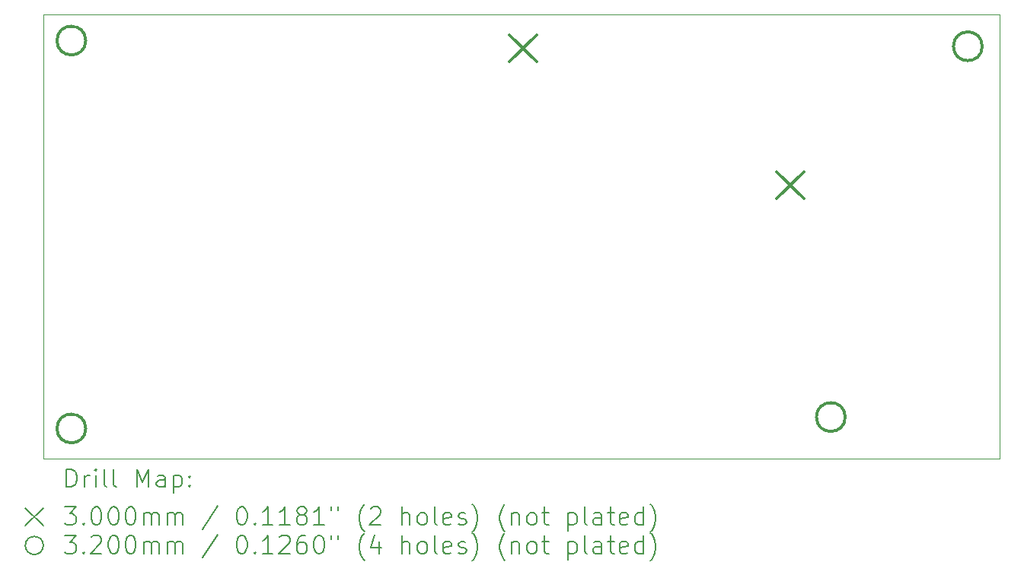
<source format=gbr>
%FSLAX45Y45*%
G04 Gerber Fmt 4.5, Leading zero omitted, Abs format (unit mm)*
G04 Created by KiCad (PCBNEW (6.0.4)) date 2022-03-19 22:36:43*
%MOMM*%
%LPD*%
G01*
G04 APERTURE LIST*
%TA.AperFunction,Profile*%
%ADD10C,0.050000*%
%TD*%
%ADD11C,0.200000*%
%ADD12C,0.300000*%
%ADD13C,0.320000*%
G04 APERTURE END LIST*
D10*
X9532610Y-12976360D02*
X20167610Y-12976360D01*
X20167610Y-12976360D02*
X20167610Y-8024360D01*
X20167610Y-8024360D02*
X9532610Y-8024360D01*
X9532610Y-8024360D02*
X9532610Y-12976360D01*
D11*
D12*
X14716610Y-8254360D02*
X15016610Y-8554360D01*
X15016610Y-8254360D02*
X14716610Y-8554360D01*
X17688410Y-9778360D02*
X17988410Y-10078360D01*
X17988410Y-9778360D02*
X17688410Y-10078360D01*
D13*
X10002500Y-8318500D02*
G75*
G03*
X10002500Y-8318500I-160000J0D01*
G01*
X10002500Y-12636500D02*
G75*
G03*
X10002500Y-12636500I-160000J0D01*
G01*
X18448000Y-12509500D02*
G75*
G03*
X18448000Y-12509500I-160000J0D01*
G01*
X19972000Y-8382000D02*
G75*
G03*
X19972000Y-8382000I-160000J0D01*
G01*
D11*
X9787729Y-13289336D02*
X9787729Y-13089336D01*
X9835348Y-13089336D01*
X9863920Y-13098860D01*
X9882967Y-13117908D01*
X9892491Y-13136955D01*
X9902015Y-13175050D01*
X9902015Y-13203622D01*
X9892491Y-13241717D01*
X9882967Y-13260765D01*
X9863920Y-13279812D01*
X9835348Y-13289336D01*
X9787729Y-13289336D01*
X9987729Y-13289336D02*
X9987729Y-13156003D01*
X9987729Y-13194098D02*
X9997253Y-13175050D01*
X10006777Y-13165527D01*
X10025824Y-13156003D01*
X10044872Y-13156003D01*
X10111539Y-13289336D02*
X10111539Y-13156003D01*
X10111539Y-13089336D02*
X10102015Y-13098860D01*
X10111539Y-13108384D01*
X10121062Y-13098860D01*
X10111539Y-13089336D01*
X10111539Y-13108384D01*
X10235348Y-13289336D02*
X10216300Y-13279812D01*
X10206777Y-13260765D01*
X10206777Y-13089336D01*
X10340110Y-13289336D02*
X10321062Y-13279812D01*
X10311539Y-13260765D01*
X10311539Y-13089336D01*
X10568681Y-13289336D02*
X10568681Y-13089336D01*
X10635348Y-13232193D01*
X10702015Y-13089336D01*
X10702015Y-13289336D01*
X10882967Y-13289336D02*
X10882967Y-13184574D01*
X10873443Y-13165527D01*
X10854396Y-13156003D01*
X10816300Y-13156003D01*
X10797253Y-13165527D01*
X10882967Y-13279812D02*
X10863920Y-13289336D01*
X10816300Y-13289336D01*
X10797253Y-13279812D01*
X10787729Y-13260765D01*
X10787729Y-13241717D01*
X10797253Y-13222669D01*
X10816300Y-13213146D01*
X10863920Y-13213146D01*
X10882967Y-13203622D01*
X10978205Y-13156003D02*
X10978205Y-13356003D01*
X10978205Y-13165527D02*
X10997253Y-13156003D01*
X11035348Y-13156003D01*
X11054396Y-13165527D01*
X11063920Y-13175050D01*
X11073443Y-13194098D01*
X11073443Y-13251241D01*
X11063920Y-13270288D01*
X11054396Y-13279812D01*
X11035348Y-13289336D01*
X10997253Y-13289336D01*
X10978205Y-13279812D01*
X11159158Y-13270288D02*
X11168681Y-13279812D01*
X11159158Y-13289336D01*
X11149634Y-13279812D01*
X11159158Y-13270288D01*
X11159158Y-13289336D01*
X11159158Y-13165527D02*
X11168681Y-13175050D01*
X11159158Y-13184574D01*
X11149634Y-13175050D01*
X11159158Y-13165527D01*
X11159158Y-13184574D01*
X9330110Y-13518860D02*
X9530110Y-13718860D01*
X9530110Y-13518860D02*
X9330110Y-13718860D01*
X9768681Y-13509336D02*
X9892491Y-13509336D01*
X9825824Y-13585527D01*
X9854396Y-13585527D01*
X9873443Y-13595050D01*
X9882967Y-13604574D01*
X9892491Y-13623622D01*
X9892491Y-13671241D01*
X9882967Y-13690288D01*
X9873443Y-13699812D01*
X9854396Y-13709336D01*
X9797253Y-13709336D01*
X9778205Y-13699812D01*
X9768681Y-13690288D01*
X9978205Y-13690288D02*
X9987729Y-13699812D01*
X9978205Y-13709336D01*
X9968681Y-13699812D01*
X9978205Y-13690288D01*
X9978205Y-13709336D01*
X10111539Y-13509336D02*
X10130586Y-13509336D01*
X10149634Y-13518860D01*
X10159158Y-13528384D01*
X10168681Y-13547431D01*
X10178205Y-13585527D01*
X10178205Y-13633146D01*
X10168681Y-13671241D01*
X10159158Y-13690288D01*
X10149634Y-13699812D01*
X10130586Y-13709336D01*
X10111539Y-13709336D01*
X10092491Y-13699812D01*
X10082967Y-13690288D01*
X10073443Y-13671241D01*
X10063920Y-13633146D01*
X10063920Y-13585527D01*
X10073443Y-13547431D01*
X10082967Y-13528384D01*
X10092491Y-13518860D01*
X10111539Y-13509336D01*
X10302015Y-13509336D02*
X10321062Y-13509336D01*
X10340110Y-13518860D01*
X10349634Y-13528384D01*
X10359158Y-13547431D01*
X10368681Y-13585527D01*
X10368681Y-13633146D01*
X10359158Y-13671241D01*
X10349634Y-13690288D01*
X10340110Y-13699812D01*
X10321062Y-13709336D01*
X10302015Y-13709336D01*
X10282967Y-13699812D01*
X10273443Y-13690288D01*
X10263920Y-13671241D01*
X10254396Y-13633146D01*
X10254396Y-13585527D01*
X10263920Y-13547431D01*
X10273443Y-13528384D01*
X10282967Y-13518860D01*
X10302015Y-13509336D01*
X10492491Y-13509336D02*
X10511539Y-13509336D01*
X10530586Y-13518860D01*
X10540110Y-13528384D01*
X10549634Y-13547431D01*
X10559158Y-13585527D01*
X10559158Y-13633146D01*
X10549634Y-13671241D01*
X10540110Y-13690288D01*
X10530586Y-13699812D01*
X10511539Y-13709336D01*
X10492491Y-13709336D01*
X10473443Y-13699812D01*
X10463920Y-13690288D01*
X10454396Y-13671241D01*
X10444872Y-13633146D01*
X10444872Y-13585527D01*
X10454396Y-13547431D01*
X10463920Y-13528384D01*
X10473443Y-13518860D01*
X10492491Y-13509336D01*
X10644872Y-13709336D02*
X10644872Y-13576003D01*
X10644872Y-13595050D02*
X10654396Y-13585527D01*
X10673443Y-13576003D01*
X10702015Y-13576003D01*
X10721062Y-13585527D01*
X10730586Y-13604574D01*
X10730586Y-13709336D01*
X10730586Y-13604574D02*
X10740110Y-13585527D01*
X10759158Y-13576003D01*
X10787729Y-13576003D01*
X10806777Y-13585527D01*
X10816300Y-13604574D01*
X10816300Y-13709336D01*
X10911539Y-13709336D02*
X10911539Y-13576003D01*
X10911539Y-13595050D02*
X10921062Y-13585527D01*
X10940110Y-13576003D01*
X10968681Y-13576003D01*
X10987729Y-13585527D01*
X10997253Y-13604574D01*
X10997253Y-13709336D01*
X10997253Y-13604574D02*
X11006777Y-13585527D01*
X11025824Y-13576003D01*
X11054396Y-13576003D01*
X11073443Y-13585527D01*
X11082967Y-13604574D01*
X11082967Y-13709336D01*
X11473443Y-13499812D02*
X11302015Y-13756955D01*
X11730586Y-13509336D02*
X11749634Y-13509336D01*
X11768681Y-13518860D01*
X11778205Y-13528384D01*
X11787729Y-13547431D01*
X11797253Y-13585527D01*
X11797253Y-13633146D01*
X11787729Y-13671241D01*
X11778205Y-13690288D01*
X11768681Y-13699812D01*
X11749634Y-13709336D01*
X11730586Y-13709336D01*
X11711538Y-13699812D01*
X11702015Y-13690288D01*
X11692491Y-13671241D01*
X11682967Y-13633146D01*
X11682967Y-13585527D01*
X11692491Y-13547431D01*
X11702015Y-13528384D01*
X11711538Y-13518860D01*
X11730586Y-13509336D01*
X11882967Y-13690288D02*
X11892491Y-13699812D01*
X11882967Y-13709336D01*
X11873443Y-13699812D01*
X11882967Y-13690288D01*
X11882967Y-13709336D01*
X12082967Y-13709336D02*
X11968681Y-13709336D01*
X12025824Y-13709336D02*
X12025824Y-13509336D01*
X12006777Y-13537908D01*
X11987729Y-13556955D01*
X11968681Y-13566479D01*
X12273443Y-13709336D02*
X12159158Y-13709336D01*
X12216300Y-13709336D02*
X12216300Y-13509336D01*
X12197253Y-13537908D01*
X12178205Y-13556955D01*
X12159158Y-13566479D01*
X12387729Y-13595050D02*
X12368681Y-13585527D01*
X12359158Y-13576003D01*
X12349634Y-13556955D01*
X12349634Y-13547431D01*
X12359158Y-13528384D01*
X12368681Y-13518860D01*
X12387729Y-13509336D01*
X12425824Y-13509336D01*
X12444872Y-13518860D01*
X12454396Y-13528384D01*
X12463919Y-13547431D01*
X12463919Y-13556955D01*
X12454396Y-13576003D01*
X12444872Y-13585527D01*
X12425824Y-13595050D01*
X12387729Y-13595050D01*
X12368681Y-13604574D01*
X12359158Y-13614098D01*
X12349634Y-13633146D01*
X12349634Y-13671241D01*
X12359158Y-13690288D01*
X12368681Y-13699812D01*
X12387729Y-13709336D01*
X12425824Y-13709336D01*
X12444872Y-13699812D01*
X12454396Y-13690288D01*
X12463919Y-13671241D01*
X12463919Y-13633146D01*
X12454396Y-13614098D01*
X12444872Y-13604574D01*
X12425824Y-13595050D01*
X12654396Y-13709336D02*
X12540110Y-13709336D01*
X12597253Y-13709336D02*
X12597253Y-13509336D01*
X12578205Y-13537908D01*
X12559158Y-13556955D01*
X12540110Y-13566479D01*
X12730586Y-13509336D02*
X12730586Y-13547431D01*
X12806777Y-13509336D02*
X12806777Y-13547431D01*
X13102015Y-13785527D02*
X13092491Y-13776003D01*
X13073443Y-13747431D01*
X13063919Y-13728384D01*
X13054396Y-13699812D01*
X13044872Y-13652193D01*
X13044872Y-13614098D01*
X13054396Y-13566479D01*
X13063919Y-13537908D01*
X13073443Y-13518860D01*
X13092491Y-13490288D01*
X13102015Y-13480765D01*
X13168681Y-13528384D02*
X13178205Y-13518860D01*
X13197253Y-13509336D01*
X13244872Y-13509336D01*
X13263919Y-13518860D01*
X13273443Y-13528384D01*
X13282967Y-13547431D01*
X13282967Y-13566479D01*
X13273443Y-13595050D01*
X13159158Y-13709336D01*
X13282967Y-13709336D01*
X13521062Y-13709336D02*
X13521062Y-13509336D01*
X13606777Y-13709336D02*
X13606777Y-13604574D01*
X13597253Y-13585527D01*
X13578205Y-13576003D01*
X13549634Y-13576003D01*
X13530586Y-13585527D01*
X13521062Y-13595050D01*
X13730586Y-13709336D02*
X13711538Y-13699812D01*
X13702015Y-13690288D01*
X13692491Y-13671241D01*
X13692491Y-13614098D01*
X13702015Y-13595050D01*
X13711538Y-13585527D01*
X13730586Y-13576003D01*
X13759158Y-13576003D01*
X13778205Y-13585527D01*
X13787729Y-13595050D01*
X13797253Y-13614098D01*
X13797253Y-13671241D01*
X13787729Y-13690288D01*
X13778205Y-13699812D01*
X13759158Y-13709336D01*
X13730586Y-13709336D01*
X13911538Y-13709336D02*
X13892491Y-13699812D01*
X13882967Y-13680765D01*
X13882967Y-13509336D01*
X14063919Y-13699812D02*
X14044872Y-13709336D01*
X14006777Y-13709336D01*
X13987729Y-13699812D01*
X13978205Y-13680765D01*
X13978205Y-13604574D01*
X13987729Y-13585527D01*
X14006777Y-13576003D01*
X14044872Y-13576003D01*
X14063919Y-13585527D01*
X14073443Y-13604574D01*
X14073443Y-13623622D01*
X13978205Y-13642669D01*
X14149634Y-13699812D02*
X14168681Y-13709336D01*
X14206777Y-13709336D01*
X14225824Y-13699812D01*
X14235348Y-13680765D01*
X14235348Y-13671241D01*
X14225824Y-13652193D01*
X14206777Y-13642669D01*
X14178205Y-13642669D01*
X14159158Y-13633146D01*
X14149634Y-13614098D01*
X14149634Y-13604574D01*
X14159158Y-13585527D01*
X14178205Y-13576003D01*
X14206777Y-13576003D01*
X14225824Y-13585527D01*
X14302015Y-13785527D02*
X14311538Y-13776003D01*
X14330586Y-13747431D01*
X14340110Y-13728384D01*
X14349634Y-13699812D01*
X14359158Y-13652193D01*
X14359158Y-13614098D01*
X14349634Y-13566479D01*
X14340110Y-13537908D01*
X14330586Y-13518860D01*
X14311538Y-13490288D01*
X14302015Y-13480765D01*
X14663919Y-13785527D02*
X14654396Y-13776003D01*
X14635348Y-13747431D01*
X14625824Y-13728384D01*
X14616300Y-13699812D01*
X14606777Y-13652193D01*
X14606777Y-13614098D01*
X14616300Y-13566479D01*
X14625824Y-13537908D01*
X14635348Y-13518860D01*
X14654396Y-13490288D01*
X14663919Y-13480765D01*
X14740110Y-13576003D02*
X14740110Y-13709336D01*
X14740110Y-13595050D02*
X14749634Y-13585527D01*
X14768681Y-13576003D01*
X14797253Y-13576003D01*
X14816300Y-13585527D01*
X14825824Y-13604574D01*
X14825824Y-13709336D01*
X14949634Y-13709336D02*
X14930586Y-13699812D01*
X14921062Y-13690288D01*
X14911538Y-13671241D01*
X14911538Y-13614098D01*
X14921062Y-13595050D01*
X14930586Y-13585527D01*
X14949634Y-13576003D01*
X14978205Y-13576003D01*
X14997253Y-13585527D01*
X15006777Y-13595050D01*
X15016300Y-13614098D01*
X15016300Y-13671241D01*
X15006777Y-13690288D01*
X14997253Y-13699812D01*
X14978205Y-13709336D01*
X14949634Y-13709336D01*
X15073443Y-13576003D02*
X15149634Y-13576003D01*
X15102015Y-13509336D02*
X15102015Y-13680765D01*
X15111538Y-13699812D01*
X15130586Y-13709336D01*
X15149634Y-13709336D01*
X15368681Y-13576003D02*
X15368681Y-13776003D01*
X15368681Y-13585527D02*
X15387729Y-13576003D01*
X15425824Y-13576003D01*
X15444872Y-13585527D01*
X15454396Y-13595050D01*
X15463919Y-13614098D01*
X15463919Y-13671241D01*
X15454396Y-13690288D01*
X15444872Y-13699812D01*
X15425824Y-13709336D01*
X15387729Y-13709336D01*
X15368681Y-13699812D01*
X15578205Y-13709336D02*
X15559158Y-13699812D01*
X15549634Y-13680765D01*
X15549634Y-13509336D01*
X15740110Y-13709336D02*
X15740110Y-13604574D01*
X15730586Y-13585527D01*
X15711538Y-13576003D01*
X15673443Y-13576003D01*
X15654396Y-13585527D01*
X15740110Y-13699812D02*
X15721062Y-13709336D01*
X15673443Y-13709336D01*
X15654396Y-13699812D01*
X15644872Y-13680765D01*
X15644872Y-13661717D01*
X15654396Y-13642669D01*
X15673443Y-13633146D01*
X15721062Y-13633146D01*
X15740110Y-13623622D01*
X15806777Y-13576003D02*
X15882967Y-13576003D01*
X15835348Y-13509336D02*
X15835348Y-13680765D01*
X15844872Y-13699812D01*
X15863919Y-13709336D01*
X15882967Y-13709336D01*
X16025824Y-13699812D02*
X16006777Y-13709336D01*
X15968681Y-13709336D01*
X15949634Y-13699812D01*
X15940110Y-13680765D01*
X15940110Y-13604574D01*
X15949634Y-13585527D01*
X15968681Y-13576003D01*
X16006777Y-13576003D01*
X16025824Y-13585527D01*
X16035348Y-13604574D01*
X16035348Y-13623622D01*
X15940110Y-13642669D01*
X16206777Y-13709336D02*
X16206777Y-13509336D01*
X16206777Y-13699812D02*
X16187729Y-13709336D01*
X16149634Y-13709336D01*
X16130586Y-13699812D01*
X16121062Y-13690288D01*
X16111538Y-13671241D01*
X16111538Y-13614098D01*
X16121062Y-13595050D01*
X16130586Y-13585527D01*
X16149634Y-13576003D01*
X16187729Y-13576003D01*
X16206777Y-13585527D01*
X16282967Y-13785527D02*
X16292491Y-13776003D01*
X16311538Y-13747431D01*
X16321062Y-13728384D01*
X16330586Y-13699812D01*
X16340110Y-13652193D01*
X16340110Y-13614098D01*
X16330586Y-13566479D01*
X16321062Y-13537908D01*
X16311538Y-13518860D01*
X16292491Y-13490288D01*
X16282967Y-13480765D01*
X9530110Y-13938860D02*
G75*
G03*
X9530110Y-13938860I-100000J0D01*
G01*
X9768681Y-13829336D02*
X9892491Y-13829336D01*
X9825824Y-13905527D01*
X9854396Y-13905527D01*
X9873443Y-13915050D01*
X9882967Y-13924574D01*
X9892491Y-13943622D01*
X9892491Y-13991241D01*
X9882967Y-14010288D01*
X9873443Y-14019812D01*
X9854396Y-14029336D01*
X9797253Y-14029336D01*
X9778205Y-14019812D01*
X9768681Y-14010288D01*
X9978205Y-14010288D02*
X9987729Y-14019812D01*
X9978205Y-14029336D01*
X9968681Y-14019812D01*
X9978205Y-14010288D01*
X9978205Y-14029336D01*
X10063920Y-13848384D02*
X10073443Y-13838860D01*
X10092491Y-13829336D01*
X10140110Y-13829336D01*
X10159158Y-13838860D01*
X10168681Y-13848384D01*
X10178205Y-13867431D01*
X10178205Y-13886479D01*
X10168681Y-13915050D01*
X10054396Y-14029336D01*
X10178205Y-14029336D01*
X10302015Y-13829336D02*
X10321062Y-13829336D01*
X10340110Y-13838860D01*
X10349634Y-13848384D01*
X10359158Y-13867431D01*
X10368681Y-13905527D01*
X10368681Y-13953146D01*
X10359158Y-13991241D01*
X10349634Y-14010288D01*
X10340110Y-14019812D01*
X10321062Y-14029336D01*
X10302015Y-14029336D01*
X10282967Y-14019812D01*
X10273443Y-14010288D01*
X10263920Y-13991241D01*
X10254396Y-13953146D01*
X10254396Y-13905527D01*
X10263920Y-13867431D01*
X10273443Y-13848384D01*
X10282967Y-13838860D01*
X10302015Y-13829336D01*
X10492491Y-13829336D02*
X10511539Y-13829336D01*
X10530586Y-13838860D01*
X10540110Y-13848384D01*
X10549634Y-13867431D01*
X10559158Y-13905527D01*
X10559158Y-13953146D01*
X10549634Y-13991241D01*
X10540110Y-14010288D01*
X10530586Y-14019812D01*
X10511539Y-14029336D01*
X10492491Y-14029336D01*
X10473443Y-14019812D01*
X10463920Y-14010288D01*
X10454396Y-13991241D01*
X10444872Y-13953146D01*
X10444872Y-13905527D01*
X10454396Y-13867431D01*
X10463920Y-13848384D01*
X10473443Y-13838860D01*
X10492491Y-13829336D01*
X10644872Y-14029336D02*
X10644872Y-13896003D01*
X10644872Y-13915050D02*
X10654396Y-13905527D01*
X10673443Y-13896003D01*
X10702015Y-13896003D01*
X10721062Y-13905527D01*
X10730586Y-13924574D01*
X10730586Y-14029336D01*
X10730586Y-13924574D02*
X10740110Y-13905527D01*
X10759158Y-13896003D01*
X10787729Y-13896003D01*
X10806777Y-13905527D01*
X10816300Y-13924574D01*
X10816300Y-14029336D01*
X10911539Y-14029336D02*
X10911539Y-13896003D01*
X10911539Y-13915050D02*
X10921062Y-13905527D01*
X10940110Y-13896003D01*
X10968681Y-13896003D01*
X10987729Y-13905527D01*
X10997253Y-13924574D01*
X10997253Y-14029336D01*
X10997253Y-13924574D02*
X11006777Y-13905527D01*
X11025824Y-13896003D01*
X11054396Y-13896003D01*
X11073443Y-13905527D01*
X11082967Y-13924574D01*
X11082967Y-14029336D01*
X11473443Y-13819812D02*
X11302015Y-14076955D01*
X11730586Y-13829336D02*
X11749634Y-13829336D01*
X11768681Y-13838860D01*
X11778205Y-13848384D01*
X11787729Y-13867431D01*
X11797253Y-13905527D01*
X11797253Y-13953146D01*
X11787729Y-13991241D01*
X11778205Y-14010288D01*
X11768681Y-14019812D01*
X11749634Y-14029336D01*
X11730586Y-14029336D01*
X11711538Y-14019812D01*
X11702015Y-14010288D01*
X11692491Y-13991241D01*
X11682967Y-13953146D01*
X11682967Y-13905527D01*
X11692491Y-13867431D01*
X11702015Y-13848384D01*
X11711538Y-13838860D01*
X11730586Y-13829336D01*
X11882967Y-14010288D02*
X11892491Y-14019812D01*
X11882967Y-14029336D01*
X11873443Y-14019812D01*
X11882967Y-14010288D01*
X11882967Y-14029336D01*
X12082967Y-14029336D02*
X11968681Y-14029336D01*
X12025824Y-14029336D02*
X12025824Y-13829336D01*
X12006777Y-13857908D01*
X11987729Y-13876955D01*
X11968681Y-13886479D01*
X12159158Y-13848384D02*
X12168681Y-13838860D01*
X12187729Y-13829336D01*
X12235348Y-13829336D01*
X12254396Y-13838860D01*
X12263919Y-13848384D01*
X12273443Y-13867431D01*
X12273443Y-13886479D01*
X12263919Y-13915050D01*
X12149634Y-14029336D01*
X12273443Y-14029336D01*
X12444872Y-13829336D02*
X12406777Y-13829336D01*
X12387729Y-13838860D01*
X12378205Y-13848384D01*
X12359158Y-13876955D01*
X12349634Y-13915050D01*
X12349634Y-13991241D01*
X12359158Y-14010288D01*
X12368681Y-14019812D01*
X12387729Y-14029336D01*
X12425824Y-14029336D01*
X12444872Y-14019812D01*
X12454396Y-14010288D01*
X12463919Y-13991241D01*
X12463919Y-13943622D01*
X12454396Y-13924574D01*
X12444872Y-13915050D01*
X12425824Y-13905527D01*
X12387729Y-13905527D01*
X12368681Y-13915050D01*
X12359158Y-13924574D01*
X12349634Y-13943622D01*
X12587729Y-13829336D02*
X12606777Y-13829336D01*
X12625824Y-13838860D01*
X12635348Y-13848384D01*
X12644872Y-13867431D01*
X12654396Y-13905527D01*
X12654396Y-13953146D01*
X12644872Y-13991241D01*
X12635348Y-14010288D01*
X12625824Y-14019812D01*
X12606777Y-14029336D01*
X12587729Y-14029336D01*
X12568681Y-14019812D01*
X12559158Y-14010288D01*
X12549634Y-13991241D01*
X12540110Y-13953146D01*
X12540110Y-13905527D01*
X12549634Y-13867431D01*
X12559158Y-13848384D01*
X12568681Y-13838860D01*
X12587729Y-13829336D01*
X12730586Y-13829336D02*
X12730586Y-13867431D01*
X12806777Y-13829336D02*
X12806777Y-13867431D01*
X13102015Y-14105527D02*
X13092491Y-14096003D01*
X13073443Y-14067431D01*
X13063919Y-14048384D01*
X13054396Y-14019812D01*
X13044872Y-13972193D01*
X13044872Y-13934098D01*
X13054396Y-13886479D01*
X13063919Y-13857908D01*
X13073443Y-13838860D01*
X13092491Y-13810288D01*
X13102015Y-13800765D01*
X13263919Y-13896003D02*
X13263919Y-14029336D01*
X13216300Y-13819812D02*
X13168681Y-13962669D01*
X13292491Y-13962669D01*
X13521062Y-14029336D02*
X13521062Y-13829336D01*
X13606777Y-14029336D02*
X13606777Y-13924574D01*
X13597253Y-13905527D01*
X13578205Y-13896003D01*
X13549634Y-13896003D01*
X13530586Y-13905527D01*
X13521062Y-13915050D01*
X13730586Y-14029336D02*
X13711538Y-14019812D01*
X13702015Y-14010288D01*
X13692491Y-13991241D01*
X13692491Y-13934098D01*
X13702015Y-13915050D01*
X13711538Y-13905527D01*
X13730586Y-13896003D01*
X13759158Y-13896003D01*
X13778205Y-13905527D01*
X13787729Y-13915050D01*
X13797253Y-13934098D01*
X13797253Y-13991241D01*
X13787729Y-14010288D01*
X13778205Y-14019812D01*
X13759158Y-14029336D01*
X13730586Y-14029336D01*
X13911538Y-14029336D02*
X13892491Y-14019812D01*
X13882967Y-14000765D01*
X13882967Y-13829336D01*
X14063919Y-14019812D02*
X14044872Y-14029336D01*
X14006777Y-14029336D01*
X13987729Y-14019812D01*
X13978205Y-14000765D01*
X13978205Y-13924574D01*
X13987729Y-13905527D01*
X14006777Y-13896003D01*
X14044872Y-13896003D01*
X14063919Y-13905527D01*
X14073443Y-13924574D01*
X14073443Y-13943622D01*
X13978205Y-13962669D01*
X14149634Y-14019812D02*
X14168681Y-14029336D01*
X14206777Y-14029336D01*
X14225824Y-14019812D01*
X14235348Y-14000765D01*
X14235348Y-13991241D01*
X14225824Y-13972193D01*
X14206777Y-13962669D01*
X14178205Y-13962669D01*
X14159158Y-13953146D01*
X14149634Y-13934098D01*
X14149634Y-13924574D01*
X14159158Y-13905527D01*
X14178205Y-13896003D01*
X14206777Y-13896003D01*
X14225824Y-13905527D01*
X14302015Y-14105527D02*
X14311538Y-14096003D01*
X14330586Y-14067431D01*
X14340110Y-14048384D01*
X14349634Y-14019812D01*
X14359158Y-13972193D01*
X14359158Y-13934098D01*
X14349634Y-13886479D01*
X14340110Y-13857908D01*
X14330586Y-13838860D01*
X14311538Y-13810288D01*
X14302015Y-13800765D01*
X14663919Y-14105527D02*
X14654396Y-14096003D01*
X14635348Y-14067431D01*
X14625824Y-14048384D01*
X14616300Y-14019812D01*
X14606777Y-13972193D01*
X14606777Y-13934098D01*
X14616300Y-13886479D01*
X14625824Y-13857908D01*
X14635348Y-13838860D01*
X14654396Y-13810288D01*
X14663919Y-13800765D01*
X14740110Y-13896003D02*
X14740110Y-14029336D01*
X14740110Y-13915050D02*
X14749634Y-13905527D01*
X14768681Y-13896003D01*
X14797253Y-13896003D01*
X14816300Y-13905527D01*
X14825824Y-13924574D01*
X14825824Y-14029336D01*
X14949634Y-14029336D02*
X14930586Y-14019812D01*
X14921062Y-14010288D01*
X14911538Y-13991241D01*
X14911538Y-13934098D01*
X14921062Y-13915050D01*
X14930586Y-13905527D01*
X14949634Y-13896003D01*
X14978205Y-13896003D01*
X14997253Y-13905527D01*
X15006777Y-13915050D01*
X15016300Y-13934098D01*
X15016300Y-13991241D01*
X15006777Y-14010288D01*
X14997253Y-14019812D01*
X14978205Y-14029336D01*
X14949634Y-14029336D01*
X15073443Y-13896003D02*
X15149634Y-13896003D01*
X15102015Y-13829336D02*
X15102015Y-14000765D01*
X15111538Y-14019812D01*
X15130586Y-14029336D01*
X15149634Y-14029336D01*
X15368681Y-13896003D02*
X15368681Y-14096003D01*
X15368681Y-13905527D02*
X15387729Y-13896003D01*
X15425824Y-13896003D01*
X15444872Y-13905527D01*
X15454396Y-13915050D01*
X15463919Y-13934098D01*
X15463919Y-13991241D01*
X15454396Y-14010288D01*
X15444872Y-14019812D01*
X15425824Y-14029336D01*
X15387729Y-14029336D01*
X15368681Y-14019812D01*
X15578205Y-14029336D02*
X15559158Y-14019812D01*
X15549634Y-14000765D01*
X15549634Y-13829336D01*
X15740110Y-14029336D02*
X15740110Y-13924574D01*
X15730586Y-13905527D01*
X15711538Y-13896003D01*
X15673443Y-13896003D01*
X15654396Y-13905527D01*
X15740110Y-14019812D02*
X15721062Y-14029336D01*
X15673443Y-14029336D01*
X15654396Y-14019812D01*
X15644872Y-14000765D01*
X15644872Y-13981717D01*
X15654396Y-13962669D01*
X15673443Y-13953146D01*
X15721062Y-13953146D01*
X15740110Y-13943622D01*
X15806777Y-13896003D02*
X15882967Y-13896003D01*
X15835348Y-13829336D02*
X15835348Y-14000765D01*
X15844872Y-14019812D01*
X15863919Y-14029336D01*
X15882967Y-14029336D01*
X16025824Y-14019812D02*
X16006777Y-14029336D01*
X15968681Y-14029336D01*
X15949634Y-14019812D01*
X15940110Y-14000765D01*
X15940110Y-13924574D01*
X15949634Y-13905527D01*
X15968681Y-13896003D01*
X16006777Y-13896003D01*
X16025824Y-13905527D01*
X16035348Y-13924574D01*
X16035348Y-13943622D01*
X15940110Y-13962669D01*
X16206777Y-14029336D02*
X16206777Y-13829336D01*
X16206777Y-14019812D02*
X16187729Y-14029336D01*
X16149634Y-14029336D01*
X16130586Y-14019812D01*
X16121062Y-14010288D01*
X16111538Y-13991241D01*
X16111538Y-13934098D01*
X16121062Y-13915050D01*
X16130586Y-13905527D01*
X16149634Y-13896003D01*
X16187729Y-13896003D01*
X16206777Y-13905527D01*
X16282967Y-14105527D02*
X16292491Y-14096003D01*
X16311538Y-14067431D01*
X16321062Y-14048384D01*
X16330586Y-14019812D01*
X16340110Y-13972193D01*
X16340110Y-13934098D01*
X16330586Y-13886479D01*
X16321062Y-13857908D01*
X16311538Y-13838860D01*
X16292491Y-13810288D01*
X16282967Y-13800765D01*
M02*

</source>
